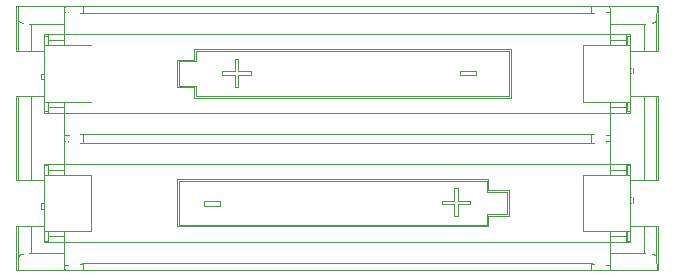
<source format=gbr>
G04 #@! TF.GenerationSoftware,KiCad,Pcbnew,(5.1.4)-1*
G04 #@! TF.CreationDate,2019-08-19T13:53:23-06:00*
G04 #@! TF.ProjectId,Windchill01,57696e64-6368-4696-9c6c-30312e6b6963,rev?*
G04 #@! TF.SameCoordinates,Original*
G04 #@! TF.FileFunction,Legend,Bot*
G04 #@! TF.FilePolarity,Positive*
%FSLAX46Y46*%
G04 Gerber Fmt 4.6, Leading zero omitted, Abs format (unit mm)*
G04 Created by KiCad (PCBNEW (5.1.4)-1) date 2019-08-19 13:53:23*
%MOMM*%
%LPD*%
G04 APERTURE LIST*
%ADD10C,0.050000*%
G04 APERTURE END LIST*
D10*
X137057517Y-73478528D02*
X137089410Y-73478528D01*
X137163827Y-73478528D02*
X137174458Y-73478528D01*
X136855529Y-73499790D02*
X136876791Y-73489159D01*
X91014912Y-73489159D02*
X91025543Y-73489159D01*
X137025624Y-83928743D02*
X136929946Y-83928743D01*
X136929946Y-83928743D02*
X136908684Y-83918112D01*
X137036255Y-83939374D02*
X137025624Y-83928743D01*
X92588291Y-73584838D02*
X135611709Y-73584838D01*
X137185088Y-73489159D02*
X137195719Y-73499790D01*
X136876791Y-73489159D02*
X136929946Y-73489159D01*
X135611709Y-73584838D02*
X135845590Y-73584838D01*
X91004281Y-82025805D02*
X137195719Y-82025805D01*
X91004281Y-75392098D02*
X137195719Y-75392098D01*
X135771173Y-83833065D02*
X135611709Y-83822434D01*
X135845590Y-83833065D02*
X135771173Y-83833065D01*
X91004281Y-73499790D02*
X91014912Y-73489159D01*
X136908684Y-83918112D02*
X136855529Y-83918112D01*
X91025543Y-73489159D02*
X91025543Y-73478528D01*
X137174458Y-73478528D02*
X137185088Y-73489159D01*
X91004282Y-75902382D02*
X89664783Y-75902382D01*
X138535219Y-75902382D02*
X138535219Y-75392097D01*
X137195720Y-75902382D02*
X137195720Y-75392097D01*
X91004282Y-75392097D02*
X91004282Y-75902382D01*
X89664783Y-70544388D02*
X89664783Y-71054673D01*
X91004282Y-70544388D02*
X89664783Y-70544388D01*
X89664783Y-75902382D02*
X89664783Y-75392097D01*
X92588291Y-83822434D02*
X92439458Y-83833065D01*
X91068068Y-84385874D02*
X92588293Y-84385874D01*
X91301947Y-83918112D02*
X91280685Y-83928743D01*
X137195720Y-64931251D02*
X138535219Y-64931251D01*
X92588293Y-84385874D02*
X92588291Y-83822434D01*
X91004282Y-64931251D02*
X91004282Y-64420966D01*
X138535219Y-70544388D02*
X138535219Y-71054673D01*
X138535219Y-64931251D02*
X138535219Y-64420966D01*
X137195720Y-70544388D02*
X138535219Y-70544388D01*
X91025543Y-83928743D02*
X91014912Y-83918112D01*
X137089410Y-83939374D02*
X137036255Y-83939374D01*
X137163827Y-83928743D02*
X137153196Y-83939374D01*
X137185088Y-83928743D02*
X137163827Y-83928743D01*
X91004282Y-64931251D02*
X89664783Y-64931251D01*
X137195720Y-64931251D02*
X137195720Y-64420966D01*
X137185088Y-83918112D02*
X137185088Y-83928743D01*
X92439458Y-83833065D02*
X92354410Y-83833065D01*
X137195719Y-83907482D02*
X137185088Y-83918112D01*
X89664783Y-64931251D02*
X89664783Y-64420966D01*
X91014912Y-83918112D02*
X91004281Y-83907482D01*
X91046805Y-83939374D02*
X91036174Y-83928743D01*
X91344471Y-83918112D02*
X91301947Y-83918112D01*
X137195720Y-71054673D02*
X137195720Y-70544388D01*
X92588291Y-83822434D02*
X135611709Y-83822434D01*
X91004282Y-71054673D02*
X91004282Y-70544388D01*
X91280685Y-83928743D02*
X91174376Y-83928743D01*
X91163745Y-83939374D02*
X91046805Y-83939374D01*
X91036174Y-83928743D02*
X91025543Y-83928743D01*
X91174376Y-83928743D02*
X91163745Y-83939374D01*
X91036175Y-62092788D02*
X91057437Y-62071526D01*
X91025544Y-62124681D02*
X91025544Y-62114050D01*
X91014913Y-62145943D02*
X91025544Y-62124681D01*
X91025544Y-62114050D02*
X91036175Y-62092788D01*
X91004282Y-64420964D02*
X91004282Y-63527965D01*
X91014913Y-62167205D02*
X91014913Y-62145943D01*
X89282070Y-64420964D02*
X89282070Y-65824248D01*
X91004282Y-62177835D02*
X91014913Y-62167205D01*
X91057437Y-62071526D02*
X91068068Y-62060895D01*
X91068068Y-62060895D02*
X87049572Y-62060895D01*
X86943261Y-80622521D02*
X86943261Y-84385874D01*
X137195721Y-62167204D02*
X137195721Y-62177834D01*
X86943257Y-62060901D02*
X86943257Y-65824254D01*
X86943261Y-69651390D02*
X87123987Y-69651390D01*
X138535219Y-81515519D02*
X138535219Y-82025804D01*
X91004282Y-81515519D02*
X91004282Y-82025804D01*
X89664783Y-81515519D02*
X91004282Y-81515519D01*
X89664783Y-82025804D02*
X89664783Y-81515519D01*
X137131935Y-62060894D02*
X137153197Y-62071525D01*
X87049567Y-62060901D02*
X86943257Y-62060901D01*
X87123987Y-76795382D02*
X86943261Y-76795382D01*
X86943261Y-76795382D02*
X86943261Y-69651390D01*
X141256739Y-69651390D02*
X141076013Y-69651390D01*
X141150429Y-84385874D02*
X141256738Y-84385874D01*
X86943261Y-80622521D02*
X87123987Y-80622521D01*
X87123985Y-63230304D02*
X87049568Y-62060900D01*
X141256739Y-76795382D02*
X141256739Y-69651390D01*
X141256739Y-65824251D02*
X141256739Y-62060898D01*
X91004282Y-63527964D02*
X91004282Y-62177834D01*
X141076009Y-65824254D02*
X141256735Y-65824254D01*
X141256739Y-62060898D02*
X141150430Y-62060894D01*
X141150429Y-62060894D02*
X141076012Y-63230298D01*
X137195720Y-81515519D02*
X138535219Y-81515519D01*
X86943257Y-65824254D02*
X87123983Y-65824254D01*
X141076013Y-76795382D02*
X141256739Y-76795382D01*
X86943261Y-84385874D02*
X87049571Y-84385874D01*
X141256739Y-80622521D02*
X141076013Y-80622521D01*
X141256738Y-84385874D02*
X141256739Y-80622521D01*
X137195719Y-63527964D02*
X137195719Y-62177834D01*
X141150431Y-62060894D02*
X137131935Y-62060894D01*
X137195720Y-75902382D02*
X138535219Y-75902382D01*
X137195720Y-82025804D02*
X137195720Y-81515519D01*
X140937807Y-83057011D02*
X140959069Y-83078273D01*
X141076009Y-83205844D02*
X141150426Y-84385878D01*
X87432282Y-83003852D02*
X87464175Y-82993221D01*
X89282069Y-69651394D02*
X89282069Y-71054678D01*
X87123985Y-69651394D02*
X87123985Y-76795386D01*
X88144555Y-69651392D02*
X87123985Y-69651394D01*
X88144555Y-76795384D02*
X88144555Y-69651392D01*
X89282069Y-80622524D02*
X88144558Y-80622524D01*
X137195719Y-82918804D02*
X137195719Y-82025805D01*
X138917933Y-80622521D02*
X140055444Y-80622521D01*
X87123985Y-80622524D02*
X87123985Y-83205843D01*
X88038246Y-82918804D02*
X88144555Y-82918804D01*
X89282069Y-82025804D02*
X91004281Y-82025804D01*
X141022854Y-83120796D02*
X141044116Y-83131427D01*
X140990961Y-83088904D02*
X141022854Y-83120796D01*
X141076011Y-80622524D02*
X140055439Y-80622524D01*
X141076011Y-83205843D02*
X141076011Y-80622524D01*
X88144554Y-82918809D02*
X88144554Y-80622525D01*
X140778343Y-83003856D02*
X140810235Y-83014487D01*
X87294080Y-83046375D02*
X87325973Y-83035744D01*
X140055440Y-80622524D02*
X140055440Y-82918807D01*
X88144554Y-80622525D02*
X87123985Y-80622524D01*
X140055439Y-82918809D02*
X137195716Y-82918809D01*
X141076009Y-83173951D02*
X141076009Y-83205844D01*
X141054747Y-83142058D02*
X141065378Y-83163320D01*
X140905914Y-83046380D02*
X140937807Y-83057011D01*
X140874021Y-83035749D02*
X140905914Y-83046380D01*
X140735819Y-82993225D02*
X140778343Y-83003856D01*
X137131933Y-84385874D02*
X141150429Y-84385874D01*
X87389758Y-83014482D02*
X87432282Y-83003852D01*
X87357865Y-83025113D02*
X87389758Y-83014482D01*
X87240925Y-83078268D02*
X87262187Y-83057006D01*
X87262187Y-83057006D02*
X87294080Y-83046375D01*
X140810235Y-83014487D02*
X140874021Y-83035749D01*
X140055439Y-82918809D02*
X140161748Y-82918809D01*
X87325973Y-83035744D02*
X87357865Y-83025113D01*
X137195719Y-84279564D02*
X137185088Y-84290195D01*
X141044116Y-83131427D02*
X141054747Y-83142058D01*
X89282069Y-69651394D02*
X88144558Y-69651394D01*
X91004282Y-82918804D02*
X91004282Y-82025805D01*
X87123985Y-76795386D02*
X88144555Y-76795384D01*
X87049568Y-84385874D02*
X87123985Y-83205839D01*
X138917929Y-82025808D02*
X137195717Y-82025808D01*
X138917929Y-80622524D02*
X138917929Y-82025808D01*
X89282069Y-80622524D02*
X89282069Y-82025808D01*
X137185088Y-84290195D02*
X137185088Y-84311457D01*
X141065378Y-83163320D02*
X141076009Y-83173951D01*
X137185088Y-84311457D02*
X137163826Y-84353981D01*
X137195719Y-82918804D02*
X137195719Y-84279564D01*
X137163826Y-84353981D02*
X137131933Y-84385874D01*
X140959069Y-83078273D02*
X140990961Y-83088904D01*
X91068067Y-84385874D02*
X91057436Y-84364612D01*
X138917929Y-81887604D02*
X138609632Y-81887604D01*
X89282069Y-79187346D02*
X89239545Y-79187346D01*
X88144555Y-82918804D02*
X91004278Y-82918804D01*
X91004281Y-84258303D02*
X91004281Y-82918804D01*
X138609632Y-70927104D02*
X138609632Y-70119152D01*
X138917929Y-70927104D02*
X138609632Y-70927104D01*
X138609632Y-75509039D02*
X138609632Y-76316991D01*
X91014912Y-84279565D02*
X91004281Y-84258303D01*
X91025543Y-84311457D02*
X91014912Y-84290196D01*
X89080081Y-78708954D02*
X89069450Y-78708954D01*
X91025543Y-84332719D02*
X91025543Y-84311457D01*
X138609632Y-81887604D02*
X138609632Y-81090283D01*
X139119917Y-67248803D02*
X139130548Y-67248803D01*
X138917929Y-67248803D02*
X138960453Y-67248803D01*
X135080159Y-65345854D02*
X134931326Y-65345854D01*
X89590366Y-75509039D02*
X89590366Y-76316991D01*
X137163823Y-76316991D02*
X135080159Y-76316991D01*
X139119917Y-67716564D02*
X139130548Y-67716564D01*
X137163824Y-70119156D02*
X138917929Y-70119156D01*
X89080081Y-79187346D02*
X89069450Y-79187346D01*
X138609632Y-64548539D02*
X138609632Y-65345860D01*
X137163823Y-65345861D02*
X135080159Y-65345861D01*
X89282069Y-81887604D02*
X89590366Y-81887604D01*
X138917929Y-75509039D02*
X138609632Y-75509039D01*
X138917929Y-67716564D02*
X138960453Y-67716564D01*
X138917929Y-65824255D02*
X138917929Y-69651394D01*
X138917933Y-76795385D02*
X138917933Y-80622523D01*
X135080159Y-70119154D02*
X137163823Y-70119154D01*
X137163827Y-81090285D02*
X138917933Y-81090285D01*
X93268671Y-76316991D02*
X93130469Y-76316991D01*
X135080159Y-76316994D02*
X134931326Y-76316994D01*
X138917929Y-78219933D02*
X138960453Y-78219933D01*
X89282069Y-75509039D02*
X89590366Y-75509039D01*
X91036174Y-84353981D02*
X91025543Y-84332719D01*
X91057436Y-84364612D02*
X91036174Y-84353981D01*
X87049571Y-84385874D02*
X91068067Y-84385874D01*
X138917929Y-78687694D02*
X138960453Y-78687694D01*
X134931326Y-81090287D02*
X135080159Y-81090287D01*
X93130469Y-81090284D02*
X93268671Y-81090284D01*
X89590366Y-81887604D02*
X89590366Y-81090283D01*
X138917929Y-65345863D02*
X137163824Y-65345863D01*
X139119917Y-78219933D02*
X139130548Y-78219933D01*
X87134616Y-83163316D02*
X87145247Y-83142054D01*
X91014912Y-84290196D02*
X91014912Y-84279565D01*
X134931326Y-70119147D02*
X135080159Y-70119147D01*
X135080159Y-81090284D02*
X137163823Y-81090284D01*
X138917933Y-76316992D02*
X137163827Y-76316992D01*
X139119917Y-78687694D02*
X139130548Y-78687694D01*
X87198401Y-83099530D02*
X87240925Y-83078268D01*
X89282069Y-78708954D02*
X89239545Y-78708954D01*
X87166508Y-83131423D02*
X87198401Y-83099530D01*
X87123985Y-83205839D02*
X87123985Y-83195208D01*
X87123985Y-83195208D02*
X87134616Y-83173947D01*
X87145247Y-83142054D02*
X87166508Y-83131423D01*
X138917929Y-64548539D02*
X138609632Y-64548539D01*
X87134616Y-83173947D02*
X87134616Y-83163316D01*
X89590366Y-70927104D02*
X89590366Y-70119152D01*
X89282069Y-64548539D02*
X89590366Y-64548539D01*
X89282069Y-70927104D02*
X89590366Y-70927104D01*
X91036174Y-70119147D02*
X93130469Y-70119147D01*
X91036171Y-65345866D02*
X89282066Y-65345866D01*
X89282066Y-70119158D02*
X91036171Y-70119158D01*
X89058819Y-68216214D02*
X89058819Y-67748453D01*
X93130469Y-65345854D02*
X91036174Y-65345854D01*
X93130471Y-70119147D02*
X93268673Y-70119147D01*
X139141179Y-67248804D02*
X139141179Y-67716565D01*
X91036174Y-81090287D02*
X93130469Y-81090287D01*
X89058819Y-79187344D02*
X89058819Y-78708952D01*
X134931329Y-81090284D02*
X134931329Y-76316991D01*
X93130469Y-76316994D02*
X91036174Y-76316994D01*
X93268673Y-65345854D02*
X93130471Y-65345854D01*
X139141179Y-78219934D02*
X139141179Y-78687695D01*
X93268673Y-76316994D02*
X93268673Y-81090287D01*
X89282069Y-81090285D02*
X91036174Y-81090285D01*
X91036174Y-76316992D02*
X89282069Y-76316992D01*
X89282069Y-80622524D02*
X89282069Y-76795385D01*
X89080081Y-68216215D02*
X89069450Y-68216215D01*
X89282069Y-68216215D02*
X89239545Y-68216215D01*
X89080081Y-67748454D02*
X89069450Y-67748454D01*
X89282069Y-67748454D02*
X89239545Y-67748454D01*
X134931329Y-70119154D02*
X134931329Y-65345861D01*
X89590366Y-64548539D02*
X89590366Y-65345860D01*
X89282066Y-69651397D02*
X89282066Y-65824258D01*
X138917929Y-71054678D02*
X137195717Y-71054678D01*
X137195719Y-64420964D02*
X137195719Y-63527965D01*
X137195719Y-64420964D02*
X138917931Y-64420964D01*
X140161748Y-63517340D02*
X140108593Y-63527971D01*
X88091400Y-63527971D02*
X88038246Y-63517340D01*
X140778343Y-63442923D02*
X140735819Y-63453554D01*
X140810235Y-63432292D02*
X140778343Y-63442923D01*
X141001592Y-63336614D02*
X140990961Y-63357876D01*
X87325973Y-63400399D02*
X87294080Y-63389769D01*
X138917929Y-69651394D02*
X138917929Y-71054678D01*
X140055439Y-69651394D02*
X140055439Y-76795386D01*
X140874021Y-63400399D02*
X140842128Y-63421661D01*
X140905914Y-63389769D02*
X140874021Y-63400399D01*
X140937807Y-63379138D02*
X140905914Y-63389769D01*
X137195717Y-75392102D02*
X138917929Y-75392102D01*
X87123985Y-63230304D02*
X87123985Y-65824254D01*
X88144555Y-63527971D02*
X88091400Y-63527971D01*
X140959069Y-63368507D02*
X140937807Y-63379138D01*
X140990961Y-63357876D02*
X140959069Y-63368507D01*
X87219663Y-63357876D02*
X87198401Y-63336614D01*
X89282069Y-71054676D02*
X91004281Y-71054676D01*
X91004282Y-75392094D02*
X91004282Y-71054670D01*
X141054747Y-63294090D02*
X141044116Y-63315352D01*
X87123985Y-65824254D02*
X88144555Y-65824254D01*
X87464175Y-63453554D02*
X87432282Y-63442923D01*
X87134616Y-63262197D02*
X87123985Y-63251566D01*
X87134616Y-63283459D02*
X87134616Y-63262197D01*
X141076009Y-69651392D02*
X140055439Y-69651394D01*
X87357865Y-63421661D02*
X87325973Y-63400399D01*
X87198401Y-63336614D02*
X87177139Y-63325983D01*
X87262187Y-63379138D02*
X87240925Y-63368507D01*
X87240925Y-63368507D02*
X87219663Y-63357876D01*
X87432282Y-63442923D02*
X87389758Y-63432292D01*
X138917929Y-75392094D02*
X138917929Y-76795378D01*
X140055439Y-63527971D02*
X137195716Y-63527971D01*
X138917929Y-69651392D02*
X140055440Y-69651392D01*
X138917929Y-76795378D02*
X140055440Y-76795384D01*
X89282069Y-76795384D02*
X89282069Y-75392100D01*
X137195719Y-75392094D02*
X137195719Y-71054670D01*
X91004282Y-64420964D02*
X89282070Y-64420964D01*
X89282069Y-65824254D02*
X88144558Y-65824254D01*
X88144554Y-63527971D02*
X91004277Y-63527971D01*
X140842128Y-63421661D02*
X140810235Y-63432292D01*
X141076011Y-65824254D02*
X141076009Y-63230304D01*
X87177139Y-63325983D02*
X87134616Y-63283459D01*
X140108593Y-63527971D02*
X140055439Y-63527971D01*
X141044116Y-63315352D02*
X141001592Y-63336614D01*
X141065378Y-63283459D02*
X141054747Y-63294090D01*
X140055439Y-76795386D02*
X141076009Y-76795384D01*
X89282069Y-76795386D02*
X88144558Y-76795386D01*
X141076009Y-63230304D02*
X141076009Y-63262197D01*
X87389758Y-63432292D02*
X87357865Y-63421661D01*
X89282069Y-75392100D02*
X91004281Y-75392100D01*
X138917929Y-64420964D02*
X138917929Y-65824248D01*
X141076009Y-63262197D02*
X141065378Y-63283459D01*
X140055440Y-65824254D02*
X141076011Y-65824254D01*
X87123985Y-63251566D02*
X87123985Y-63230304D01*
X138917929Y-65824248D02*
X140055440Y-65824254D01*
X140055440Y-65824254D02*
X140055439Y-63527971D01*
X87294080Y-63389769D02*
X87262187Y-63379138D01*
X141076009Y-76795384D02*
X141076009Y-69651392D01*
X88144555Y-65824254D02*
X88144555Y-63527971D01*
X105419839Y-67525199D02*
X105419839Y-66483367D01*
X104378007Y-67525199D02*
X105419839Y-67525199D01*
X102124247Y-66717248D02*
X100689070Y-66717248D01*
X128648445Y-65824248D02*
X102124247Y-65824248D01*
X124470485Y-67886651D02*
X124470485Y-67525199D01*
X128797278Y-69800220D02*
X101964783Y-69800220D01*
X104176019Y-78570747D02*
X104176019Y-78932199D01*
X125331591Y-78804627D02*
X124300390Y-78804627D01*
X124470485Y-67525199D02*
X125820615Y-67525199D01*
X102825889Y-78932199D02*
X102825889Y-78570747D01*
X104176019Y-78932199D02*
X102825889Y-78932199D01*
X124300390Y-79846460D02*
X123981462Y-79846460D01*
X124300390Y-78804627D02*
X124300390Y-79846460D01*
X105419839Y-67833496D02*
X104378007Y-67833496D01*
X105738767Y-67833496D02*
X105738767Y-68875329D01*
X125820615Y-67525199D02*
X125820615Y-67886651D01*
X124300390Y-78496330D02*
X125331591Y-78496330D01*
X128648445Y-79793305D02*
X126915602Y-79793305D01*
X105738767Y-68875329D02*
X105419839Y-68875329D01*
X106769968Y-67525199D02*
X106769968Y-67833496D01*
X102825889Y-78570747D02*
X104176019Y-78570747D01*
X123981462Y-79846460D02*
X123981462Y-78804627D01*
X128797278Y-65664784D02*
X128797278Y-69800220D01*
X126756138Y-77752164D02*
X126756138Y-76859165D01*
X102124247Y-68758388D02*
X102124247Y-69651387D01*
X100689070Y-66717248D02*
X100689070Y-68758388D01*
X123981462Y-77454498D02*
X124300390Y-77454498D01*
X125820615Y-67886651D02*
X124470485Y-67886651D01*
X101964783Y-65664784D02*
X128797278Y-65664784D01*
X128488981Y-77752164D02*
X126756138Y-77752164D01*
X101964783Y-66557783D02*
X101964783Y-65664784D01*
X101964783Y-69800220D02*
X101964783Y-68907221D01*
X125331591Y-78496330D02*
X125331591Y-78804627D01*
X100540237Y-68907221D02*
X100540237Y-66557783D01*
X100689070Y-76859165D02*
X100689070Y-80537471D01*
X123981462Y-78496330D02*
X123981462Y-77454498D01*
X128488981Y-79644472D02*
X128488981Y-77752164D01*
X126756138Y-80537471D02*
X126756138Y-79644472D01*
X126915602Y-79793305D02*
X126915602Y-80686304D01*
X102124247Y-69651387D02*
X128648445Y-69651387D01*
X100540237Y-66557783D02*
X101964783Y-66557783D01*
X126756138Y-79644472D02*
X128488981Y-79644472D01*
X102124247Y-65824248D02*
X102124247Y-66717248D01*
X122950261Y-78496330D02*
X123981462Y-78496330D01*
X122950261Y-78804627D02*
X122950261Y-78496330D01*
X105419839Y-68875329D02*
X105419839Y-67833496D01*
X100689070Y-68758388D02*
X102124247Y-68758388D01*
X101964783Y-68907221D02*
X100540237Y-68907221D01*
X100689070Y-80537471D02*
X126756138Y-80537471D01*
X126915602Y-80686304D02*
X100540237Y-80686304D01*
X128648445Y-65824248D02*
X128648445Y-69651387D01*
X104378007Y-67833496D02*
X104378007Y-67525199D01*
X106769968Y-67833496D02*
X105738767Y-67833496D01*
X124300390Y-77454498D02*
X124300390Y-78496330D01*
X105738767Y-67525199D02*
X106769968Y-67525199D01*
X123981462Y-78804627D02*
X122950261Y-78804627D01*
X105738767Y-66483367D02*
X105738767Y-67525199D01*
X105419839Y-66483367D02*
X105738767Y-66483367D01*
X126756138Y-76859165D02*
X100689070Y-76859165D01*
X135611709Y-62613713D02*
X135845590Y-62613713D01*
X91025543Y-72957618D02*
X91025543Y-72946988D01*
X91057435Y-72968249D02*
X91046805Y-72957618D01*
X91004282Y-81515521D02*
X91004282Y-81090283D01*
X138535219Y-75902384D02*
X138535219Y-76316991D01*
X91025543Y-62518034D02*
X91025543Y-62507403D01*
X91046805Y-72957618D02*
X91025543Y-72957618D01*
X91004281Y-62528665D02*
X91014912Y-62518034D01*
X92588291Y-62613713D02*
X135611709Y-62613713D01*
X91025543Y-72946988D02*
X91014912Y-72946988D01*
X91365733Y-72946988D02*
X91280685Y-72946988D01*
X92588291Y-73584844D02*
X92588291Y-72851309D01*
X128648445Y-77603331D02*
X128648445Y-79793305D01*
X126915602Y-77603331D02*
X128648445Y-77603331D01*
X126915602Y-76710332D02*
X126915602Y-77603331D01*
X135611709Y-62060904D02*
X135611709Y-62613703D01*
X136951208Y-62518034D02*
X136972470Y-62507403D01*
X137195720Y-76316991D02*
X137195720Y-75902384D01*
X92588291Y-62613704D02*
X92588291Y-62060895D01*
X136855529Y-62528665D02*
X136876791Y-62518034D01*
X91004281Y-64420973D02*
X137195719Y-64420973D01*
X91323209Y-62518034D02*
X91344471Y-62528665D01*
X91301947Y-62518034D02*
X91323209Y-62518034D01*
X137195720Y-65345860D02*
X137195720Y-64931253D01*
X91004282Y-65345860D02*
X91004282Y-64931253D01*
X91004282Y-76316991D02*
X91004282Y-75902384D01*
X89664783Y-76316991D02*
X89664783Y-75902384D01*
X89664783Y-81515521D02*
X89664783Y-81090283D01*
X92588291Y-84385870D02*
X135611709Y-84385870D01*
X137195720Y-81515521D02*
X137195720Y-81090283D01*
X91014912Y-62518034D02*
X91025543Y-62518034D01*
X137131934Y-62060904D02*
X135611709Y-62060904D01*
X92588291Y-72851309D02*
X92439458Y-72851309D01*
X135611709Y-84385870D02*
X137131934Y-84385874D01*
X136972470Y-62507403D02*
X137089410Y-62507403D01*
X92588291Y-72851309D02*
X135611709Y-72851309D01*
X91014912Y-72946988D02*
X91004281Y-72936357D01*
X91280685Y-72946988D02*
X91259423Y-72957618D01*
X91163745Y-72957618D02*
X91142483Y-72968249D01*
X135611709Y-83822430D02*
X135611709Y-84385870D01*
X92354410Y-62613713D02*
X92588291Y-62613713D01*
X91025543Y-62507403D02*
X91046805Y-62507403D01*
X137174458Y-62507403D02*
X137195719Y-62528665D01*
X91259423Y-72957618D02*
X91163745Y-72957618D01*
X92439458Y-72851309D02*
X92354410Y-72861940D01*
X100540237Y-76710332D02*
X126915602Y-76710332D01*
X89664783Y-65345860D02*
X89664783Y-64931253D01*
X100540237Y-80686304D02*
X100540237Y-76710332D01*
X92588291Y-62060894D02*
X135611709Y-62060894D01*
X137195720Y-70544390D02*
X137195720Y-70119152D01*
X92588291Y-62060895D02*
X91068066Y-62060894D01*
X138535219Y-70119152D02*
X138535219Y-70544390D01*
X91004281Y-71054680D02*
X137195719Y-71054680D01*
X138535219Y-64931253D02*
X138535219Y-65345860D01*
X89664783Y-70544390D02*
X89664783Y-70119152D01*
X137163827Y-62507403D02*
X137174458Y-62507403D01*
X136876791Y-62518034D02*
X136951208Y-62518034D01*
X91004282Y-70544390D02*
X91004282Y-70119152D01*
X138535219Y-81090283D02*
X138535219Y-81515521D01*
X135611709Y-72851303D02*
X135611709Y-73584839D01*
X135845590Y-72861934D02*
X135771173Y-72861934D01*
X135771173Y-72861934D02*
X135611709Y-72851303D01*
X136929946Y-72946981D02*
X136855529Y-72946981D01*
X136951208Y-72957612D02*
X136929946Y-72946981D01*
X91323209Y-73489159D02*
X91344471Y-73499790D01*
X91301947Y-73489159D02*
X91323209Y-73489159D01*
X91025543Y-73478528D02*
X91046805Y-73478528D01*
X137185088Y-72946981D02*
X137185088Y-72957612D01*
X137153196Y-72957612D02*
X137142565Y-72968243D01*
X137185088Y-72957612D02*
X137153196Y-72957612D01*
X137057517Y-72968243D02*
X137036255Y-72957612D01*
X137036255Y-72957612D02*
X136951208Y-72957612D01*
X137142565Y-72968243D02*
X137057517Y-72968243D01*
X137195719Y-72936350D02*
X137185088Y-72946981D01*
X92354410Y-73584838D02*
X92588291Y-73584838D01*
M02*

</source>
